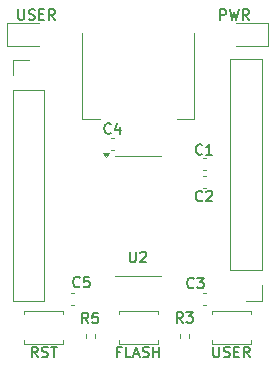
<source format=gbr>
%TF.GenerationSoftware,KiCad,Pcbnew,8.0.7*%
%TF.CreationDate,2024-12-10T14:46:16+07:00*%
%TF.ProjectId,CH551G_DEVKIT_V0,43483535-3147-45f4-9445-564b49545f56,rev?*%
%TF.SameCoordinates,Original*%
%TF.FileFunction,Legend,Top*%
%TF.FilePolarity,Positive*%
%FSLAX46Y46*%
G04 Gerber Fmt 4.6, Leading zero omitted, Abs format (unit mm)*
G04 Created by KiCad (PCBNEW 8.0.7) date 2024-12-10 14:46:16*
%MOMM*%
%LPD*%
G01*
G04 APERTURE LIST*
%ADD10C,0.152400*%
%ADD11C,0.120000*%
G04 APERTURE END LIST*
D10*
X199622833Y-88888477D02*
X199580500Y-88930811D01*
X199580500Y-88930811D02*
X199453500Y-88973144D01*
X199453500Y-88973144D02*
X199368833Y-88973144D01*
X199368833Y-88973144D02*
X199241833Y-88930811D01*
X199241833Y-88930811D02*
X199157167Y-88846144D01*
X199157167Y-88846144D02*
X199114833Y-88761477D01*
X199114833Y-88761477D02*
X199072500Y-88592144D01*
X199072500Y-88592144D02*
X199072500Y-88465144D01*
X199072500Y-88465144D02*
X199114833Y-88295811D01*
X199114833Y-88295811D02*
X199157167Y-88211144D01*
X199157167Y-88211144D02*
X199241833Y-88126477D01*
X199241833Y-88126477D02*
X199368833Y-88084144D01*
X199368833Y-88084144D02*
X199453500Y-88084144D01*
X199453500Y-88084144D02*
X199580500Y-88126477D01*
X199580500Y-88126477D02*
X199622833Y-88168811D01*
X200469500Y-88973144D02*
X199961500Y-88973144D01*
X200215500Y-88973144D02*
X200215500Y-88084144D01*
X200215500Y-88084144D02*
X200130833Y-88211144D01*
X200130833Y-88211144D02*
X200046167Y-88295811D01*
X200046167Y-88295811D02*
X199961500Y-88338144D01*
X192680167Y-105677877D02*
X192383833Y-105677877D01*
X192383833Y-106143544D02*
X192383833Y-105254544D01*
X192383833Y-105254544D02*
X192807167Y-105254544D01*
X193569167Y-106143544D02*
X193145833Y-106143544D01*
X193145833Y-106143544D02*
X193145833Y-105254544D01*
X193823167Y-105889544D02*
X194246500Y-105889544D01*
X193738500Y-106143544D02*
X194034834Y-105254544D01*
X194034834Y-105254544D02*
X194331167Y-106143544D01*
X194585167Y-106101211D02*
X194712167Y-106143544D01*
X194712167Y-106143544D02*
X194923834Y-106143544D01*
X194923834Y-106143544D02*
X195008500Y-106101211D01*
X195008500Y-106101211D02*
X195050834Y-106058877D01*
X195050834Y-106058877D02*
X195093167Y-105974211D01*
X195093167Y-105974211D02*
X195093167Y-105889544D01*
X195093167Y-105889544D02*
X195050834Y-105804877D01*
X195050834Y-105804877D02*
X195008500Y-105762544D01*
X195008500Y-105762544D02*
X194923834Y-105720211D01*
X194923834Y-105720211D02*
X194754500Y-105677877D01*
X194754500Y-105677877D02*
X194669834Y-105635544D01*
X194669834Y-105635544D02*
X194627500Y-105593211D01*
X194627500Y-105593211D02*
X194585167Y-105508544D01*
X194585167Y-105508544D02*
X194585167Y-105423877D01*
X194585167Y-105423877D02*
X194627500Y-105339211D01*
X194627500Y-105339211D02*
X194669834Y-105296877D01*
X194669834Y-105296877D02*
X194754500Y-105254544D01*
X194754500Y-105254544D02*
X194966167Y-105254544D01*
X194966167Y-105254544D02*
X195093167Y-105296877D01*
X195474167Y-106143544D02*
X195474167Y-105254544D01*
X195474167Y-105677877D02*
X195982167Y-105677877D01*
X195982167Y-106143544D02*
X195982167Y-105254544D01*
X191875833Y-87110477D02*
X191833500Y-87152811D01*
X191833500Y-87152811D02*
X191706500Y-87195144D01*
X191706500Y-87195144D02*
X191621833Y-87195144D01*
X191621833Y-87195144D02*
X191494833Y-87152811D01*
X191494833Y-87152811D02*
X191410167Y-87068144D01*
X191410167Y-87068144D02*
X191367833Y-86983477D01*
X191367833Y-86983477D02*
X191325500Y-86814144D01*
X191325500Y-86814144D02*
X191325500Y-86687144D01*
X191325500Y-86687144D02*
X191367833Y-86517811D01*
X191367833Y-86517811D02*
X191410167Y-86433144D01*
X191410167Y-86433144D02*
X191494833Y-86348477D01*
X191494833Y-86348477D02*
X191621833Y-86306144D01*
X191621833Y-86306144D02*
X191706500Y-86306144D01*
X191706500Y-86306144D02*
X191833500Y-86348477D01*
X191833500Y-86348477D02*
X191875833Y-86390811D01*
X192637833Y-86602477D02*
X192637833Y-87195144D01*
X192426167Y-86263811D02*
X192214500Y-86898811D01*
X192214500Y-86898811D02*
X192764833Y-86898811D01*
X185695166Y-106143544D02*
X185398833Y-105720211D01*
X185187166Y-106143544D02*
X185187166Y-105254544D01*
X185187166Y-105254544D02*
X185525833Y-105254544D01*
X185525833Y-105254544D02*
X185610500Y-105296877D01*
X185610500Y-105296877D02*
X185652833Y-105339211D01*
X185652833Y-105339211D02*
X185695166Y-105423877D01*
X185695166Y-105423877D02*
X185695166Y-105550877D01*
X185695166Y-105550877D02*
X185652833Y-105635544D01*
X185652833Y-105635544D02*
X185610500Y-105677877D01*
X185610500Y-105677877D02*
X185525833Y-105720211D01*
X185525833Y-105720211D02*
X185187166Y-105720211D01*
X186033833Y-106101211D02*
X186160833Y-106143544D01*
X186160833Y-106143544D02*
X186372500Y-106143544D01*
X186372500Y-106143544D02*
X186457166Y-106101211D01*
X186457166Y-106101211D02*
X186499500Y-106058877D01*
X186499500Y-106058877D02*
X186541833Y-105974211D01*
X186541833Y-105974211D02*
X186541833Y-105889544D01*
X186541833Y-105889544D02*
X186499500Y-105804877D01*
X186499500Y-105804877D02*
X186457166Y-105762544D01*
X186457166Y-105762544D02*
X186372500Y-105720211D01*
X186372500Y-105720211D02*
X186203166Y-105677877D01*
X186203166Y-105677877D02*
X186118500Y-105635544D01*
X186118500Y-105635544D02*
X186076166Y-105593211D01*
X186076166Y-105593211D02*
X186033833Y-105508544D01*
X186033833Y-105508544D02*
X186033833Y-105423877D01*
X186033833Y-105423877D02*
X186076166Y-105339211D01*
X186076166Y-105339211D02*
X186118500Y-105296877D01*
X186118500Y-105296877D02*
X186203166Y-105254544D01*
X186203166Y-105254544D02*
X186414833Y-105254544D01*
X186414833Y-105254544D02*
X186541833Y-105296877D01*
X186795833Y-105254544D02*
X187303833Y-105254544D01*
X187049833Y-106143544D02*
X187049833Y-105254544D01*
X198886233Y-100191477D02*
X198843900Y-100233811D01*
X198843900Y-100233811D02*
X198716900Y-100276144D01*
X198716900Y-100276144D02*
X198632233Y-100276144D01*
X198632233Y-100276144D02*
X198505233Y-100233811D01*
X198505233Y-100233811D02*
X198420567Y-100149144D01*
X198420567Y-100149144D02*
X198378233Y-100064477D01*
X198378233Y-100064477D02*
X198335900Y-99895144D01*
X198335900Y-99895144D02*
X198335900Y-99768144D01*
X198335900Y-99768144D02*
X198378233Y-99598811D01*
X198378233Y-99598811D02*
X198420567Y-99514144D01*
X198420567Y-99514144D02*
X198505233Y-99429477D01*
X198505233Y-99429477D02*
X198632233Y-99387144D01*
X198632233Y-99387144D02*
X198716900Y-99387144D01*
X198716900Y-99387144D02*
X198843900Y-99429477D01*
X198843900Y-99429477D02*
X198886233Y-99471811D01*
X199182567Y-99387144D02*
X199732900Y-99387144D01*
X199732900Y-99387144D02*
X199436567Y-99725811D01*
X199436567Y-99725811D02*
X199563567Y-99725811D01*
X199563567Y-99725811D02*
X199648233Y-99768144D01*
X199648233Y-99768144D02*
X199690567Y-99810477D01*
X199690567Y-99810477D02*
X199732900Y-99895144D01*
X199732900Y-99895144D02*
X199732900Y-100106811D01*
X199732900Y-100106811D02*
X199690567Y-100191477D01*
X199690567Y-100191477D02*
X199648233Y-100233811D01*
X199648233Y-100233811D02*
X199563567Y-100276144D01*
X199563567Y-100276144D02*
X199309567Y-100276144D01*
X199309567Y-100276144D02*
X199224900Y-100233811D01*
X199224900Y-100233811D02*
X199182567Y-100191477D01*
X197971833Y-103197144D02*
X197675500Y-102773811D01*
X197463833Y-103197144D02*
X197463833Y-102308144D01*
X197463833Y-102308144D02*
X197802500Y-102308144D01*
X197802500Y-102308144D02*
X197887167Y-102350477D01*
X197887167Y-102350477D02*
X197929500Y-102392811D01*
X197929500Y-102392811D02*
X197971833Y-102477477D01*
X197971833Y-102477477D02*
X197971833Y-102604477D01*
X197971833Y-102604477D02*
X197929500Y-102689144D01*
X197929500Y-102689144D02*
X197887167Y-102731477D01*
X197887167Y-102731477D02*
X197802500Y-102773811D01*
X197802500Y-102773811D02*
X197463833Y-102773811D01*
X198268167Y-102308144D02*
X198818500Y-102308144D01*
X198818500Y-102308144D02*
X198522167Y-102646811D01*
X198522167Y-102646811D02*
X198649167Y-102646811D01*
X198649167Y-102646811D02*
X198733833Y-102689144D01*
X198733833Y-102689144D02*
X198776167Y-102731477D01*
X198776167Y-102731477D02*
X198818500Y-102816144D01*
X198818500Y-102816144D02*
X198818500Y-103027811D01*
X198818500Y-103027811D02*
X198776167Y-103112477D01*
X198776167Y-103112477D02*
X198733833Y-103154811D01*
X198733833Y-103154811D02*
X198649167Y-103197144D01*
X198649167Y-103197144D02*
X198395167Y-103197144D01*
X198395167Y-103197144D02*
X198310500Y-103154811D01*
X198310500Y-103154811D02*
X198268167Y-103112477D01*
X189970833Y-103273344D02*
X189674500Y-102850011D01*
X189462833Y-103273344D02*
X189462833Y-102384344D01*
X189462833Y-102384344D02*
X189801500Y-102384344D01*
X189801500Y-102384344D02*
X189886167Y-102426677D01*
X189886167Y-102426677D02*
X189928500Y-102469011D01*
X189928500Y-102469011D02*
X189970833Y-102553677D01*
X189970833Y-102553677D02*
X189970833Y-102680677D01*
X189970833Y-102680677D02*
X189928500Y-102765344D01*
X189928500Y-102765344D02*
X189886167Y-102807677D01*
X189886167Y-102807677D02*
X189801500Y-102850011D01*
X189801500Y-102850011D02*
X189462833Y-102850011D01*
X190775167Y-102384344D02*
X190351833Y-102384344D01*
X190351833Y-102384344D02*
X190309500Y-102807677D01*
X190309500Y-102807677D02*
X190351833Y-102765344D01*
X190351833Y-102765344D02*
X190436500Y-102723011D01*
X190436500Y-102723011D02*
X190648167Y-102723011D01*
X190648167Y-102723011D02*
X190732833Y-102765344D01*
X190732833Y-102765344D02*
X190775167Y-102807677D01*
X190775167Y-102807677D02*
X190817500Y-102892344D01*
X190817500Y-102892344D02*
X190817500Y-103104011D01*
X190817500Y-103104011D02*
X190775167Y-103188677D01*
X190775167Y-103188677D02*
X190732833Y-103231011D01*
X190732833Y-103231011D02*
X190648167Y-103273344D01*
X190648167Y-103273344D02*
X190436500Y-103273344D01*
X190436500Y-103273344D02*
X190351833Y-103231011D01*
X190351833Y-103231011D02*
X190309500Y-103188677D01*
X201125666Y-77568544D02*
X201125666Y-76679544D01*
X201125666Y-76679544D02*
X201464333Y-76679544D01*
X201464333Y-76679544D02*
X201549000Y-76721877D01*
X201549000Y-76721877D02*
X201591333Y-76764211D01*
X201591333Y-76764211D02*
X201633666Y-76848877D01*
X201633666Y-76848877D02*
X201633666Y-76975877D01*
X201633666Y-76975877D02*
X201591333Y-77060544D01*
X201591333Y-77060544D02*
X201549000Y-77102877D01*
X201549000Y-77102877D02*
X201464333Y-77145211D01*
X201464333Y-77145211D02*
X201125666Y-77145211D01*
X201930000Y-76679544D02*
X202141666Y-77568544D01*
X202141666Y-77568544D02*
X202311000Y-76933544D01*
X202311000Y-76933544D02*
X202480333Y-77568544D01*
X202480333Y-77568544D02*
X202692000Y-76679544D01*
X203538666Y-77568544D02*
X203242333Y-77145211D01*
X203030666Y-77568544D02*
X203030666Y-76679544D01*
X203030666Y-76679544D02*
X203369333Y-76679544D01*
X203369333Y-76679544D02*
X203454000Y-76721877D01*
X203454000Y-76721877D02*
X203496333Y-76764211D01*
X203496333Y-76764211D02*
X203538666Y-76848877D01*
X203538666Y-76848877D02*
X203538666Y-76975877D01*
X203538666Y-76975877D02*
X203496333Y-77060544D01*
X203496333Y-77060544D02*
X203454000Y-77102877D01*
X203454000Y-77102877D02*
X203369333Y-77145211D01*
X203369333Y-77145211D02*
X203030666Y-77145211D01*
X193480266Y-97202744D02*
X193480266Y-97922411D01*
X193480266Y-97922411D02*
X193522600Y-98007077D01*
X193522600Y-98007077D02*
X193564933Y-98049411D01*
X193564933Y-98049411D02*
X193649600Y-98091744D01*
X193649600Y-98091744D02*
X193818933Y-98091744D01*
X193818933Y-98091744D02*
X193903600Y-98049411D01*
X193903600Y-98049411D02*
X193945933Y-98007077D01*
X193945933Y-98007077D02*
X193988266Y-97922411D01*
X193988266Y-97922411D02*
X193988266Y-97202744D01*
X194369266Y-97287411D02*
X194411599Y-97245077D01*
X194411599Y-97245077D02*
X194496266Y-97202744D01*
X194496266Y-97202744D02*
X194707933Y-97202744D01*
X194707933Y-97202744D02*
X194792599Y-97245077D01*
X194792599Y-97245077D02*
X194834933Y-97287411D01*
X194834933Y-97287411D02*
X194877266Y-97372077D01*
X194877266Y-97372077D02*
X194877266Y-97456744D01*
X194877266Y-97456744D02*
X194834933Y-97583744D01*
X194834933Y-97583744D02*
X194326933Y-98091744D01*
X194326933Y-98091744D02*
X194877266Y-98091744D01*
X189234233Y-100140677D02*
X189191900Y-100183011D01*
X189191900Y-100183011D02*
X189064900Y-100225344D01*
X189064900Y-100225344D02*
X188980233Y-100225344D01*
X188980233Y-100225344D02*
X188853233Y-100183011D01*
X188853233Y-100183011D02*
X188768567Y-100098344D01*
X188768567Y-100098344D02*
X188726233Y-100013677D01*
X188726233Y-100013677D02*
X188683900Y-99844344D01*
X188683900Y-99844344D02*
X188683900Y-99717344D01*
X188683900Y-99717344D02*
X188726233Y-99548011D01*
X188726233Y-99548011D02*
X188768567Y-99463344D01*
X188768567Y-99463344D02*
X188853233Y-99378677D01*
X188853233Y-99378677D02*
X188980233Y-99336344D01*
X188980233Y-99336344D02*
X189064900Y-99336344D01*
X189064900Y-99336344D02*
X189191900Y-99378677D01*
X189191900Y-99378677D02*
X189234233Y-99421011D01*
X190038567Y-99336344D02*
X189615233Y-99336344D01*
X189615233Y-99336344D02*
X189572900Y-99759677D01*
X189572900Y-99759677D02*
X189615233Y-99717344D01*
X189615233Y-99717344D02*
X189699900Y-99675011D01*
X189699900Y-99675011D02*
X189911567Y-99675011D01*
X189911567Y-99675011D02*
X189996233Y-99717344D01*
X189996233Y-99717344D02*
X190038567Y-99759677D01*
X190038567Y-99759677D02*
X190080900Y-99844344D01*
X190080900Y-99844344D02*
X190080900Y-100056011D01*
X190080900Y-100056011D02*
X190038567Y-100140677D01*
X190038567Y-100140677D02*
X189996233Y-100183011D01*
X189996233Y-100183011D02*
X189911567Y-100225344D01*
X189911567Y-100225344D02*
X189699900Y-100225344D01*
X189699900Y-100225344D02*
X189615233Y-100183011D01*
X189615233Y-100183011D02*
X189572900Y-100140677D01*
X184023000Y-76679544D02*
X184023000Y-77399211D01*
X184023000Y-77399211D02*
X184065334Y-77483877D01*
X184065334Y-77483877D02*
X184107667Y-77526211D01*
X184107667Y-77526211D02*
X184192334Y-77568544D01*
X184192334Y-77568544D02*
X184361667Y-77568544D01*
X184361667Y-77568544D02*
X184446334Y-77526211D01*
X184446334Y-77526211D02*
X184488667Y-77483877D01*
X184488667Y-77483877D02*
X184531000Y-77399211D01*
X184531000Y-77399211D02*
X184531000Y-76679544D01*
X184912000Y-77526211D02*
X185039000Y-77568544D01*
X185039000Y-77568544D02*
X185250667Y-77568544D01*
X185250667Y-77568544D02*
X185335333Y-77526211D01*
X185335333Y-77526211D02*
X185377667Y-77483877D01*
X185377667Y-77483877D02*
X185420000Y-77399211D01*
X185420000Y-77399211D02*
X185420000Y-77314544D01*
X185420000Y-77314544D02*
X185377667Y-77229877D01*
X185377667Y-77229877D02*
X185335333Y-77187544D01*
X185335333Y-77187544D02*
X185250667Y-77145211D01*
X185250667Y-77145211D02*
X185081333Y-77102877D01*
X185081333Y-77102877D02*
X184996667Y-77060544D01*
X184996667Y-77060544D02*
X184954333Y-77018211D01*
X184954333Y-77018211D02*
X184912000Y-76933544D01*
X184912000Y-76933544D02*
X184912000Y-76848877D01*
X184912000Y-76848877D02*
X184954333Y-76764211D01*
X184954333Y-76764211D02*
X184996667Y-76721877D01*
X184996667Y-76721877D02*
X185081333Y-76679544D01*
X185081333Y-76679544D02*
X185293000Y-76679544D01*
X185293000Y-76679544D02*
X185420000Y-76721877D01*
X185801000Y-77102877D02*
X186097334Y-77102877D01*
X186224334Y-77568544D02*
X185801000Y-77568544D01*
X185801000Y-77568544D02*
X185801000Y-76679544D01*
X185801000Y-76679544D02*
X186224334Y-76679544D01*
X187113333Y-77568544D02*
X186817000Y-77145211D01*
X186605333Y-77568544D02*
X186605333Y-76679544D01*
X186605333Y-76679544D02*
X186944000Y-76679544D01*
X186944000Y-76679544D02*
X187028667Y-76721877D01*
X187028667Y-76721877D02*
X187071000Y-76764211D01*
X187071000Y-76764211D02*
X187113333Y-76848877D01*
X187113333Y-76848877D02*
X187113333Y-76975877D01*
X187113333Y-76975877D02*
X187071000Y-77060544D01*
X187071000Y-77060544D02*
X187028667Y-77102877D01*
X187028667Y-77102877D02*
X186944000Y-77145211D01*
X186944000Y-77145211D02*
X186605333Y-77145211D01*
X200533000Y-105254544D02*
X200533000Y-105974211D01*
X200533000Y-105974211D02*
X200575334Y-106058877D01*
X200575334Y-106058877D02*
X200617667Y-106101211D01*
X200617667Y-106101211D02*
X200702334Y-106143544D01*
X200702334Y-106143544D02*
X200871667Y-106143544D01*
X200871667Y-106143544D02*
X200956334Y-106101211D01*
X200956334Y-106101211D02*
X200998667Y-106058877D01*
X200998667Y-106058877D02*
X201041000Y-105974211D01*
X201041000Y-105974211D02*
X201041000Y-105254544D01*
X201422000Y-106101211D02*
X201549000Y-106143544D01*
X201549000Y-106143544D02*
X201760667Y-106143544D01*
X201760667Y-106143544D02*
X201845333Y-106101211D01*
X201845333Y-106101211D02*
X201887667Y-106058877D01*
X201887667Y-106058877D02*
X201930000Y-105974211D01*
X201930000Y-105974211D02*
X201930000Y-105889544D01*
X201930000Y-105889544D02*
X201887667Y-105804877D01*
X201887667Y-105804877D02*
X201845333Y-105762544D01*
X201845333Y-105762544D02*
X201760667Y-105720211D01*
X201760667Y-105720211D02*
X201591333Y-105677877D01*
X201591333Y-105677877D02*
X201506667Y-105635544D01*
X201506667Y-105635544D02*
X201464333Y-105593211D01*
X201464333Y-105593211D02*
X201422000Y-105508544D01*
X201422000Y-105508544D02*
X201422000Y-105423877D01*
X201422000Y-105423877D02*
X201464333Y-105339211D01*
X201464333Y-105339211D02*
X201506667Y-105296877D01*
X201506667Y-105296877D02*
X201591333Y-105254544D01*
X201591333Y-105254544D02*
X201803000Y-105254544D01*
X201803000Y-105254544D02*
X201930000Y-105296877D01*
X202311000Y-105677877D02*
X202607334Y-105677877D01*
X202734334Y-106143544D02*
X202311000Y-106143544D01*
X202311000Y-106143544D02*
X202311000Y-105254544D01*
X202311000Y-105254544D02*
X202734334Y-105254544D01*
X203623333Y-106143544D02*
X203327000Y-105720211D01*
X203115333Y-106143544D02*
X203115333Y-105254544D01*
X203115333Y-105254544D02*
X203454000Y-105254544D01*
X203454000Y-105254544D02*
X203538667Y-105296877D01*
X203538667Y-105296877D02*
X203581000Y-105339211D01*
X203581000Y-105339211D02*
X203623333Y-105423877D01*
X203623333Y-105423877D02*
X203623333Y-105550877D01*
X203623333Y-105550877D02*
X203581000Y-105635544D01*
X203581000Y-105635544D02*
X203538667Y-105677877D01*
X203538667Y-105677877D02*
X203454000Y-105720211D01*
X203454000Y-105720211D02*
X203115333Y-105720211D01*
X199622833Y-92825477D02*
X199580500Y-92867811D01*
X199580500Y-92867811D02*
X199453500Y-92910144D01*
X199453500Y-92910144D02*
X199368833Y-92910144D01*
X199368833Y-92910144D02*
X199241833Y-92867811D01*
X199241833Y-92867811D02*
X199157167Y-92783144D01*
X199157167Y-92783144D02*
X199114833Y-92698477D01*
X199114833Y-92698477D02*
X199072500Y-92529144D01*
X199072500Y-92529144D02*
X199072500Y-92402144D01*
X199072500Y-92402144D02*
X199114833Y-92232811D01*
X199114833Y-92232811D02*
X199157167Y-92148144D01*
X199157167Y-92148144D02*
X199241833Y-92063477D01*
X199241833Y-92063477D02*
X199368833Y-92021144D01*
X199368833Y-92021144D02*
X199453500Y-92021144D01*
X199453500Y-92021144D02*
X199580500Y-92063477D01*
X199580500Y-92063477D02*
X199622833Y-92105811D01*
X199961500Y-92105811D02*
X200003833Y-92063477D01*
X200003833Y-92063477D02*
X200088500Y-92021144D01*
X200088500Y-92021144D02*
X200300167Y-92021144D01*
X200300167Y-92021144D02*
X200384833Y-92063477D01*
X200384833Y-92063477D02*
X200427167Y-92105811D01*
X200427167Y-92105811D02*
X200469500Y-92190477D01*
X200469500Y-92190477D02*
X200469500Y-92275144D01*
X200469500Y-92275144D02*
X200427167Y-92402144D01*
X200427167Y-92402144D02*
X199919167Y-92910144D01*
X199919167Y-92910144D02*
X200469500Y-92910144D01*
D11*
%TO.C,C1*%
X199630420Y-89228200D02*
X199911580Y-89228200D01*
X199630420Y-90248200D02*
X199911580Y-90248200D01*
%TO.C,J1*%
X189447000Y-85964200D02*
X189447000Y-78704200D01*
X190947000Y-85964200D02*
X189447000Y-85964200D01*
X198947000Y-85964200D02*
X197447000Y-85964200D01*
X198947000Y-85964200D02*
X198947000Y-78704200D01*
%TO.C,SW3*%
X192546000Y-102182200D02*
X195846000Y-102182200D01*
X192546000Y-102482200D02*
X192546000Y-102182200D01*
X192546000Y-104682200D02*
X192546000Y-104982200D01*
X192546000Y-104982200D02*
X195846000Y-104982200D01*
X195846000Y-102182200D02*
X195846000Y-102482200D01*
X195846000Y-104982200D02*
X195846000Y-104682200D01*
%TO.C,J2*%
X183582000Y-80945200D02*
X184912000Y-80945200D01*
X183582000Y-82275200D02*
X183582000Y-80945200D01*
X183582000Y-83545200D02*
X183582000Y-101385200D01*
X183582000Y-83545200D02*
X186242000Y-83545200D01*
X183582000Y-101385200D02*
X186242000Y-101385200D01*
X186242000Y-83545200D02*
X186242000Y-101385200D01*
%TO.C,C4*%
X191858020Y-87602600D02*
X192139180Y-87602600D01*
X191858020Y-88622600D02*
X192139180Y-88622600D01*
%TO.C,SW2*%
X184519000Y-102180200D02*
X184519000Y-102480200D01*
X184519000Y-104980200D02*
X184519000Y-104680200D01*
X187819000Y-102180200D02*
X184519000Y-102180200D01*
X187819000Y-102480200D02*
X187819000Y-102180200D01*
X187819000Y-104680200D02*
X187819000Y-104980200D01*
X187819000Y-104980200D02*
X184519000Y-104980200D01*
%TO.C,J3*%
X201997000Y-98755200D02*
X201997000Y-80915200D01*
X204657000Y-80915200D02*
X201997000Y-80915200D01*
X204657000Y-98755200D02*
X201997000Y-98755200D01*
X204657000Y-98755200D02*
X204657000Y-80915200D01*
X204657000Y-100025200D02*
X204657000Y-101355200D01*
X204657000Y-101355200D02*
X203327000Y-101355200D01*
%TO.C,C3*%
X199630420Y-100658200D02*
X199911580Y-100658200D01*
X199630420Y-101678200D02*
X199911580Y-101678200D01*
%TO.C,R3*%
X197740000Y-104189559D02*
X197740000Y-104496841D01*
X198500000Y-104189559D02*
X198500000Y-104496841D01*
%TO.C,R5*%
X189739000Y-104496841D02*
X189739000Y-104189559D01*
X190499000Y-104496841D02*
X190499000Y-104189559D01*
%TO.C,D1*%
X202454000Y-79776200D02*
X205139000Y-79776200D01*
X205139000Y-77856200D02*
X202454000Y-77856200D01*
X205139000Y-79776200D02*
X205139000Y-77856200D01*
%TO.C,U2*%
X194183000Y-89123200D02*
X192233000Y-89123200D01*
X194183000Y-89123200D02*
X196133000Y-89123200D01*
X194183000Y-99243200D02*
X192233000Y-99243200D01*
X194183000Y-99243200D02*
X196133000Y-99243200D01*
X191483000Y-89178200D02*
X191243000Y-88848200D01*
X191723000Y-88848200D01*
X191483000Y-89178200D01*
G36*
X191483000Y-89178200D02*
G01*
X191243000Y-88848200D01*
X191723000Y-88848200D01*
X191483000Y-89178200D01*
G37*
%TO.C,C5*%
X188454420Y-100658200D02*
X188735580Y-100658200D01*
X188454420Y-101678200D02*
X188735580Y-101678200D01*
%TO.C,D2*%
X183100000Y-77856200D02*
X183100000Y-79776200D01*
X183100000Y-79776200D02*
X185785000Y-79776200D01*
X185785000Y-77856200D02*
X183100000Y-77856200D01*
%TO.C,SW1*%
X200420000Y-102182200D02*
X203720000Y-102182200D01*
X200420000Y-102482200D02*
X200420000Y-102182200D01*
X200420000Y-104682200D02*
X200420000Y-104982200D01*
X200420000Y-104982200D02*
X203720000Y-104982200D01*
X203720000Y-102182200D02*
X203720000Y-102482200D01*
X203720000Y-104982200D02*
X203720000Y-104682200D01*
%TO.C,C2*%
X199630420Y-90752200D02*
X199911580Y-90752200D01*
X199630420Y-91772200D02*
X199911580Y-91772200D01*
%TD*%
M02*

</source>
